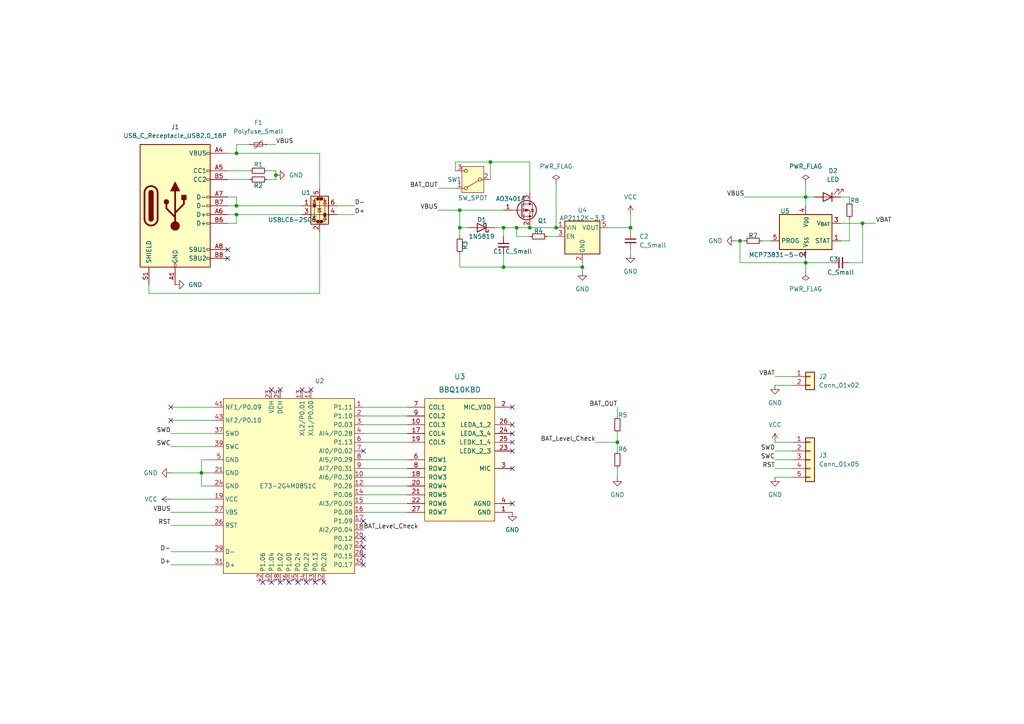
<source format=kicad_sch>
(kicad_sch (version 20231120) (generator "eeschema") (generator_version "8.0")
  (paper "A4")
  (title_block (title "BBQ10_Zz01电路图") (date "2024-09-17") (rev "1.0"))
  (lib_symbols
    (symbol "Battery_Management:MCP73831-5-OT"
      (property "Reference" "U" (at -7.62 6.35 0))
      (property "Value" "MCP73831-5-OT" (at 1.27 6.35 0))
      (symbol "MCP73831-5-OT_0_1"
        (rectangle (start -7.62 5.08) (end 7.62 -5.08) (stroke (width 0.254)) (fill (type background)))
      )
      (symbol "MCP73831-5-OT_1_1"
        (pin tri_state line (at 10.16 -2.54 180) (length 2.54) (name "STAT") (number "1"))
        (pin power_in line (at 0 -7.62 90) (length 2.54) (name "V_{SS}") (number "2"))
        (pin power_out line (at 10.16 2.54 180) (length 2.54) (name "V_{BAT}") (number "3"))
        (pin power_in line (at 0 7.62 270) (length 2.54) (name "V_{DD}") (number "4"))
        (pin input line (at -10.16 -2.54 0) (length 2.54) (name "PROG") (number "5"))
      )
    )
    (symbol "Connector:USB_C_Receptacle_USB2.0_16P" (pin_names (offset 1.016))
      (property "Reference" "J" (at 0 22.225 0))
      (property "Value" "USB_C_Receptacle_USB2.0_16P" (at 0 19.685 0))
      (symbol "USB_C_Receptacle_USB2.0_16P_0_0"
        (rectangle (start -0.254 -17.78) (end 0.254 -16.764))
        (rectangle (start 10.16 -14.986) (end 9.144 -15.494))
        (rectangle (start 10.16 -12.446) (end 9.144 -12.954))
        (rectangle (start 10.16 -4.826) (end 9.144 -5.334))
        (rectangle (start 10.16 -2.286) (end 9.144 -2.794))
        (rectangle (start 10.16 0.254) (end 9.144 -0.254))
        (rectangle (start 10.16 2.794) (end 9.144 2.286))
        (rectangle (start 10.16 7.874) (end 9.144 7.366))
        (rectangle (start 10.16 10.414) (end 9.144 9.906))
        (rectangle (start 10.16 15.494) (end 9.144 14.986))
      )
      (symbol "USB_C_Receptacle_USB2.0_16P_0_1"
        (rectangle (start -10.16 17.78) (end 10.16 -17.78) (stroke (width 0.254)) (fill (type background)))
        (arc (start -8.89 -3.81) (mid -6.985 -5.7067) (end -5.08 -3.81) (stroke (width 0.508)))
        (arc (start -7.62 -3.81) (mid -6.985 -4.4423) (end -6.35 -3.81) (stroke (width 0.254)))
        (arc (start -7.62 -3.81) (mid -6.985 -4.4423) (end -6.35 -3.81) (stroke (width 0.254)) (fill (type outline)))
        (rectangle (start -7.62 -3.81) (end -6.35 3.81) (stroke (width 0.254)) (fill (type outline)))
        (arc (start -6.35 3.81) (mid -6.985 4.4423) (end -7.62 3.81) (stroke (width 0.254)))
        (arc (start -6.35 3.81) (mid -6.985 4.4423) (end -7.62 3.81) (stroke (width 0.254)) (fill (type outline)))
        (arc (start -5.08 3.81) (mid -6.985 5.7067) (end -8.89 3.81) (stroke (width 0.508)))
        (circle (center -2.54 1.143) (radius 0.635) (stroke (width 0.254)) (fill (type outline)))
        (circle (center 0 -5.842) (radius 1.27) (fill (type outline)))
        (polyline (pts (xy -8.89 -3.81) (xy -8.89 3.81)) (stroke (width 0.508)))
        (polyline (pts (xy -5.08 3.81) (xy -5.08 -3.81)) (stroke (width 0.508)))
        (polyline (pts (xy 0 -5.842) (xy 0 4.318)) (stroke (width 0.508)))
        (polyline (pts (xy 0 -3.302) (xy -2.54 -0.762) (xy -2.54 0.508)) (stroke (width 0.508)))
        (polyline (pts (xy 0 -2.032) (xy 2.54 0.508) (xy 2.54 1.778)) (stroke (width 0.508)))
        (polyline (pts (xy -1.27 4.318) (xy 0 6.858) (xy 1.27 4.318) (xy -1.27 4.318)) (stroke (width 0.254)) (fill (type outline)))
        (rectangle (start 1.905 1.778) (end 3.175 3.048) (stroke (width 0.254)) (fill (type outline)))
      )
      (symbol "USB_C_Receptacle_USB2.0_16P_1_1"
        (pin passive line (at 0 -22.86 90) (length 5.08) (name "GND") (number "A1"))
        (pin passive line (at 0 -22.86 90) (length 5.08) hide (name "GND") (number "A12"))
        (pin passive line (at 15.24 15.24 180) (length 5.08) (name "VBUS") (number "A4"))
        (pin bidirectional line (at 15.24 10.16 180) (length 5.08) (name "CC1") (number "A5"))
        (pin bidirectional line (at 15.24 -2.54 180) (length 5.08) (name "D+") (number "A6"))
        (pin bidirectional line (at 15.24 2.54 180) (length 5.08) (name "D-") (number "A7"))
        (pin bidirectional line (at 15.24 -12.7 180) (length 5.08) (name "SBU1") (number "A8"))
        (pin passive line (at 15.24 15.24 180) (length 5.08) hide (name "VBUS") (number "A9"))
        (pin passive line (at 0 -22.86 90) (length 5.08) hide (name "GND") (number "B1"))
        (pin passive line (at 0 -22.86 90) (length 5.08) hide (name "GND") (number "B12"))
        (pin passive line (at 15.24 15.24 180) (length 5.08) hide (name "VBUS") (number "B4"))
        (pin bidirectional line (at 15.24 7.62 180) (length 5.08) (name "CC2") (number "B5"))
        (pin bidirectional line (at 15.24 -5.08 180) (length 5.08) (name "D+") (number "B6"))
        (pin bidirectional line (at 15.24 0 180) (length 5.08) (name "D-") (number "B7"))
        (pin bidirectional line (at 15.24 -15.24 180) (length 5.08) (name "SBU2") (number "B8"))
        (pin passive line (at 15.24 15.24 180) (length 5.08) hide (name "VBUS") (number "B9"))
        (pin passive line (at -7.62 -22.86 90) (length 5.08) (name "SHIELD") (number "S1"))
      )
    )
    (symbol "Connector_Generic:Conn_01x02" (pin_names (offset 1.016) hide)
      (property "Reference" "J" (at 0 2.54 0))
      (property "Value" "Conn_01x02" (at 0 -5.08 0))
      (symbol "Conn_01x02_1_1"
        (rectangle (start -1.27 -2.413) (end 0 -2.667) (stroke (width 0.1524)))
        (rectangle (start -1.27 0.127) (end 0 -0.127) (stroke (width 0.1524)))
        (rectangle (start -1.27 1.27) (end 1.27 -3.81) (stroke (width 0.254)) (fill (type background)))
        (pin passive line (at -5.08 0 0) (length 3.81) (name "Pin_1") (number "1"))
        (pin passive line (at -5.08 -2.54 0) (length 3.81) (name "Pin_2") (number "2"))
      )
    )
    (symbol "Connector_Generic:Conn_01x05" (pin_names (offset 1.016) hide)
      (property "Reference" "J" (at 0 7.62 0))
      (property "Value" "Conn_01x05" (at 0 -7.62 0))
      (symbol "Conn_01x05_1_1"
        (rectangle (start -1.27 -4.953) (end 0 -5.207) (stroke (width 0.1524)))
        (rectangle (start -1.27 -2.413) (end 0 -2.667) (stroke (width 0.1524)))
        (rectangle (start -1.27 0.127) (end 0 -0.127) (stroke (width 0.1524)))
        (rectangle (start -1.27 2.667) (end 0 2.413) (stroke (width 0.1524)))
        (rectangle (start -1.27 5.207) (end 0 4.953) (stroke (width 0.1524)))
        (rectangle (start -1.27 6.35) (end 1.27 -6.35) (stroke (width 0.254)) (fill (type background)))
        (pin passive line (at -5.08 5.08 0) (length 3.81) (name "Pin_1") (number "1"))
        (pin passive line (at -5.08 2.54 0) (length 3.81) (name "Pin_2") (number "2"))
        (pin passive line (at -5.08 0 0) (length 3.81) (name "Pin_3") (number "3"))
        (pin passive line (at -5.08 -2.54 0) (length 3.81) (name "Pin_4") (number "4"))
        (pin passive line (at -5.08 -5.08 0) (length 3.81) (name "Pin_5") (number "5"))
      )
    )
    (symbol "Device:C_Small" (pin_numbers hide) (pin_names (offset 0.254) hide)
      (property "Reference" "C" (at 0.254 1.778 0))
      (property "Value" "C_Small" (at 0.254 -2.032 0))
      (symbol "C_Small_0_1"
        (polyline (pts (xy -1.524 -0.508) (xy 1.524 -0.508)) (stroke (width 0.3302)))
        (polyline (pts (xy -1.524 0.508) (xy 1.524 0.508)) (stroke (width 0.3048)))
      )
      (symbol "C_Small_1_1"
        (pin passive line (at 0 2.54 270) (length 2.032) (name "~") (number "1"))
        (pin passive line (at 0 -2.54 90) (length 2.032) (name "~") (number "2"))
      )
    )
    (symbol "Device:LED" (pin_numbers hide) (pin_names (offset 1.016) hide)
      (property "Reference" "D" (at 0 2.54 0))
      (property "Value" "LED" (at 0 -2.54 0))
      (symbol "LED_0_1"
        (polyline (pts (xy -1.27 -1.27) (xy -1.27 1.27)) (stroke (width 0.254)))
        (polyline (pts (xy -1.27 0) (xy 1.27 0)))
        (polyline (pts (xy 1.27 -1.27) (xy 1.27 1.27) (xy -1.27 0) (xy 1.27 -1.27)) (stroke (width 0.254)))
        (polyline (pts (xy -3.048 -0.762) (xy -4.572 -2.286) (xy -3.81 -2.286) (xy -4.572 -2.286) (xy -4.572 -1.524)))
        (polyline (pts (xy -1.778 -0.762) (xy -3.302 -2.286) (xy -2.54 -2.286) (xy -3.302 -2.286) (xy -3.302 -1.524)))
      )
      (symbol "LED_1_1"
        (pin passive line (at -3.81 0 0) (length 2.54) (name "K") (number "1"))
        (pin passive line (at 3.81 0 180) (length 2.54) (name "A") (number "2"))
      )
    )
    (symbol "Device:Polyfuse_Small" (pin_numbers hide) (pin_names (offset 0))
      (property "Reference" "F" (at -1.905 0 90))
      (property "Value" "Polyfuse_Small" (at 1.905 0 90))
      (symbol "Polyfuse_Small_0_1"
        (rectangle (start -0.508 1.27) (end 0.508 -1.27))
        (polyline (pts (xy 0 2.54) (xy 0 -2.54)))
        (polyline (pts (xy -1.016 1.27) (xy -1.016 0.762) (xy 1.016 -0.762) (xy 1.016 -1.27)))
      )
      (symbol "Polyfuse_Small_1_1"
        (pin passive line (at 0 2.54 270) (length 0.635) (name "~") (number "1"))
        (pin passive line (at 0 -2.54 90) (length 0.635) (name "~") (number "2"))
      )
    )
    (symbol "Device:R_Small" (pin_numbers hide) (pin_names (offset 0.254) hide)
      (property "Reference" "R" (at 0.762 0.508 0))
      (property "Value" "R_Small" (at 0.762 -1.016 0))
      (symbol "R_Small_0_1"
        (rectangle (start -0.762 1.778) (end 0.762 -1.778) (stroke (width 0.2032)))
      )
      (symbol "R_Small_1_1"
        (pin passive line (at 0 2.54 270) (length 0.762) (name "~") (number "1"))
        (pin passive line (at 0 -2.54 90) (length 0.762) (name "~") (number "2"))
      )
    )
    (symbol "Diode:1N5819" (pin_numbers hide) (pin_names (offset 1.016) hide)
      (property "Reference" "D" (at 0 2.54 0))
      (property "Value" "1N5819" (at 0 -2.54 0))
      (symbol "1N5819_0_1"
        (polyline (pts (xy 1.27 0) (xy -1.27 0)))
        (polyline (pts (xy 1.27 1.27) (xy 1.27 -1.27) (xy -1.27 0) (xy 1.27 1.27)) (stroke (width 0.254)))
        (polyline (pts (xy -1.905 0.635) (xy -1.905 1.27) (xy -1.27 1.27) (xy -1.27 -1.27) (xy -0.635 -1.27) (xy -0.635 -0.635)) (stroke (width 0.254)))
      )
      (symbol "1N5819_1_1"
        (pin passive line (at -3.81 0 0) (length 2.54) (name "K") (number "1"))
        (pin passive line (at 3.81 0 180) (length 2.54) (name "A") (number "2"))
      )
    )
    (symbol "Power_Protection:USBLC6-2SC6" (pin_names hide)
      (property "Reference" "U" (at 0.635 5.715 0))
      (property "Value" "USBLC6-2SC6" (at 0.635 3.81 0))
      (symbol "USBLC6-2SC6_0_0"
        (circle (center -1.524 0) (radius 0.0001) (stroke (width 0.508)))
        (circle (center -0.508 -4.572) (radius 0.0001) (stroke (width 0.508)))
        (circle (center -0.508 2.032) (radius 0.0001) (stroke (width 0.508)))
        (circle (center 0.508 -4.572) (radius 0.0001) (stroke (width 0.508)))
        (circle (center 0.508 2.032) (radius 0.0001) (stroke (width 0.508)))
        (circle (center 1.524 -2.54) (radius 0.0001) (stroke (width 0.508)))
      )
      (symbol "USBLC6-2SC6_0_1"
        (polyline (pts (xy -2.54 -2.54) (xy 2.54 -2.54)))
        (polyline (pts (xy -2.54 0) (xy 2.54 0)))
        (polyline (pts (xy -2.032 -3.048) (xy -1.016 -3.048)))
        (polyline (pts (xy -1.016 1.524) (xy -2.032 1.524)))
        (polyline (pts (xy 1.016 -3.048) (xy 2.032 -3.048)))
        (polyline (pts (xy 1.016 1.524) (xy 2.032 1.524)))
        (polyline (pts (xy -0.508 -1.143) (xy -0.508 -0.762) (xy 0.508 -0.762)))
        (polyline (pts (xy -2.032 0.508) (xy -1.016 0.508) (xy -1.524 1.524) (xy -2.032 0.508)))
        (polyline (pts (xy -1.016 -4.064) (xy -2.032 -4.064) (xy -1.524 -3.048) (xy -1.016 -4.064)))
        (polyline (pts (xy 0.508 -1.778) (xy -0.508 -1.778) (xy 0 -0.762) (xy 0.508 -1.778)))
        (polyline (pts (xy 2.032 -4.064) (xy 1.016 -4.064) (xy 1.524 -3.048) (xy 2.032 -4.064)))
        (polyline (pts (xy 2.032 0.508) (xy 1.016 0.508) (xy 1.524 1.524) (xy 2.032 0.508)))
        (polyline (pts (xy 0 2.54) (xy -0.508 2.032) (xy 0.508 2.032) (xy 0 1.524) (xy 0 -4.064) (xy -0.508 -4.572) (xy 0.508 -4.572) (xy 0 -5.08)))
      )
      (symbol "USBLC6-2SC6_1_1"
        (rectangle (start -2.54 2.794) (end 2.54 -5.334) (stroke (width 0.254)) (fill (type background)))
        (polyline (pts (xy -0.508 2.032) (xy -1.524 2.032) (xy -1.524 -4.572) (xy -0.508 -4.572)))
        (polyline (pts (xy 0.508 -4.572) (xy 1.524 -4.572) (xy 1.524 2.032) (xy 0.508 2.032)))
        (pin passive line (at -5.08 0 0) (length 2.54) (name "I/O1") (number "1"))
        (pin passive line (at 0 -7.62 90) (length 2.54) (name "GND") (number "2"))
        (pin passive line (at -5.08 -2.54 0) (length 2.54) (name "I/O2") (number "3"))
        (pin passive line (at 5.08 -2.54 180) (length 2.54) (name "I/O2") (number "4"))
        (pin passive line (at 0 5.08 270) (length 2.54) (name "VBUS") (number "5"))
        (pin passive line (at 5.08 0 180) (length 2.54) (name "I/O1") (number "6"))
      )
    )
    (symbol "Regulator_Linear:AP2112K-3.3" (pin_names (offset 0.254))
      (property "Reference" "U" (at -5.08 5.715 0))
      (property "Value" "AP2112K-3.3" (at 0 5.715 0))
      (symbol "AP2112K-3.3_0_1"
        (rectangle (start -5.08 4.445) (end 5.08 -5.08) (stroke (width 0.254)) (fill (type background)))
      )
      (symbol "AP2112K-3.3_1_1"
        (pin power_in line (at -7.62 2.54 0) (length 2.54) (name "VIN") (number "1"))
        (pin power_in line (at 0 -7.62 90) (length 2.54) (name "GND") (number "2"))
        (pin input line (at -7.62 0 0) (length 2.54) (name "EN") (number "3"))
        (pin no_connect line (at 5.08 0 180) (length 2.54) hide (name "NC") (number "4"))
        (pin power_out line (at 7.62 2.54 180) (length 2.54) (name "VOUT") (number "5"))
      )
    )
    (symbol "Switch:SW_SPDT" (pin_names (offset 0) hide)
      (property "Reference" "SW" (at 0 5.08 0))
      (property "Value" "SW_SPDT" (at 0 -5.08 0))
      (symbol "SW_SPDT_0_1"
        (circle (center -2.032 0) (radius 0.4572))
        (polyline (pts (xy -1.651 0.254) (xy 1.651 2.286)))
        (circle (center 2.032 -2.54) (radius 0.4572))
        (circle (center 2.032 2.54) (radius 0.4572))
      )
      (symbol "SW_SPDT_1_1"
        (rectangle (start -3.175 3.81) (end 3.175 -3.81) (fill (type background)))
        (pin passive line (at 5.08 2.54 180) (length 2.54) (name "A") (number "1"))
        (pin passive line (at -5.08 0 0) (length 2.54) (name "B") (number "2"))
        (pin passive line (at 5.08 -2.54 180) (length 2.54) (name "C") (number "3"))
      )
    )
    (symbol "Transistor_FET:AO3401A" (pin_names hide)
      (property "Reference" "Q" (at 5.08 1.905 0))
      (property "Value" "AO3401A" (at 5.08 0 0))
      (symbol "AO3401A_0_1"
        (polyline (pts (xy 0.254 0) (xy -2.54 0)))
        (polyline (pts (xy 0.254 1.905) (xy 0.254 -1.905)) (stroke (width 0.254)))
        (polyline (pts (xy 0.762 -1.27) (xy 0.762 -2.286)) (stroke (width 0.254)))
        (polyline (pts (xy 0.762 0.508) (xy 0.762 -0.508)) (stroke (width 0.254)))
        (polyline (pts (xy 0.762 2.286) (xy 0.762 1.27)) (stroke (width 0.254)))
        (polyline (pts (xy 2.54 2.54) (xy 2.54 1.778)))
        (polyline (pts (xy 2.54 -2.54) (xy 2.54 0) (xy 0.762 0)))
        (polyline (pts (xy 0.762 1.778) (xy 3.302 1.778) (xy 3.302 -1.778) (xy 0.762 -1.778)))
        (polyline (pts (xy 2.286 0) (xy 1.27 0.381) (xy 1.27 -0.381) (xy 2.286 0)) (fill (type outline)))
        (polyline (pts (xy 2.794 -0.508) (xy 2.921 -0.381) (xy 3.683 -0.381) (xy 3.81 -0.254)))
        (polyline (pts (xy 3.302 -0.381) (xy 2.921 0.254) (xy 3.683 0.254) (xy 3.302 -0.381)))
        (circle (center 1.651 0) (radius 2.794) (stroke (width 0.254)))
        (circle (center 2.54 -1.778) (radius 0.254) (fill (type outline)))
        (circle (center 2.54 1.778) (radius 0.254) (fill (type outline)))
      )
      (symbol "AO3401A_1_1"
        (pin input line (at -5.08 0 0) (length 2.54) (name "G") (number "1"))
        (pin passive line (at 2.54 -5.08 90) (length 2.54) (name "S") (number "2"))
        (pin passive line (at 2.54 5.08 270) (length 2.54) (name "D") (number "3"))
      )
    )
    (symbol "nk600:BBQ10KBD" (pin_names (offset 1.016))
      (property "Reference" "U" (at 10.16 19.05 0))
      (property "Value" "BBQ10KBD" (at 1.27 -19.05 0))
      (symbol "BBQ10KBD_1_1"
        (rectangle (start -10.16 17.78) (end 10.16 -17.78) (fill (type background)))
        (pin power_in line (at -15.24 -15.24 0) (length 5.08) (name "GND") (number "1"))
        (pin output line (at 15.24 10.16 180) (length 5.08) (name "COL3") (number "10"))
        (pin passive line (at -15.24 -15.24 0) (length 5.08) hide (name "GND") (number "11"))
        (pin passive line (at -15.24 -15.24 0) (length 5.08) hide (name "GND") (number "12"))
        (pin passive line (at -15.24 -15.24 0) (length 5.08) hide (name "GND") (number "13"))
        (pin passive line (at -15.24 -15.24 0) (length 5.08) hide (name "GND") (number "14"))
        (pin passive line (at -15.24 -15.24 0) (length 5.08) hide (name "GND") (number "15"))
        (pin passive line (at -15.24 -15.24 0) (length 5.08) hide (name "GND") (number "16"))
        (pin output line (at 15.24 7.62 180) (length 5.08) (name "COL4") (number "17"))
        (pin output line (at 15.24 -5.08 180) (length 5.08) (name "ROW3") (number "18"))
        (pin output line (at 15.24 5.08 180) (length 5.08) (name "COL5") (number "19"))
        (pin power_in line (at -15.24 15.24 0) (length 5.08) (name "MIC_VDD") (number "2"))
        (pin output line (at 15.24 -7.62 180) (length 5.08) (name "ROW4") (number "20"))
        (pin output line (at 15.24 -10.16 180) (length 5.08) (name "ROW5") (number "21"))
        (pin output line (at 15.24 -12.7 180) (length 5.08) (name "ROW6") (number "22"))
        (pin power_in line (at -15.24 2.54 0) (length 5.08) (name "LEDK_2_3") (number "23"))
        (pin power_in line (at -15.24 7.62 0) (length 5.08) (name "LEDA_3_4") (number "24"))
        (pin power_in line (at -15.24 5.08 0) (length 5.08) (name "LEDK_1_4") (number "25"))
        (pin power_in line (at -15.24 10.16 0) (length 5.08) (name "LEDA_1_2") (number "26"))
        (pin output line (at 15.24 -15.24 180) (length 5.08) (name "ROW7") (number "27"))
        (pin passive line (at -15.24 -15.24 0) (length 5.08) hide (name "GND") (number "28"))
        (pin output line (at -15.24 -2.54 0) (length 5.08) (name "MIC") (number "3"))
        (pin power_in line (at -15.24 -12.7 0) (length 5.08) (name "AGND") (number "4"))
        (pin passive line (at -15.24 -15.24 0) (length 5.08) hide (name "GND") (number "5"))
        (pin output line (at 15.24 0 180) (length 5.08) (name "ROW1") (number "6"))
        (pin output line (at 15.24 15.24 180) (length 5.08) (name "COL1") (number "7"))
        (pin output line (at 15.24 -2.54 180) (length 5.08) (name "ROW2") (number "8"))
        (pin output line (at 15.24 12.7 180) (length 5.08) (name "COL2") (number "9"))
      )
    )
    (symbol "nk600:E73-2G4M08S1C"
      (property "Reference" "U" (at -37.592 1.016 0))
      (property "Value" "E73-2G4M08S1C" (at -19.304 -24.13 0))
      (symbol "E73-2G4M08S1C_0_0"
        (pin power_in line (at -40.64 -29.21 0) (length 2.54) (name "VCC") (number "19"))
        (pin power_in line (at -40.64 -21.59 0) (length 2.54) (name "GND") (number "21"))
        (pin power_in line (at -40.64 -25.4 0) (length 2.54) (name "GND") (number "24"))
        (pin passive line (at -40.64 -36.83 0) (length 2.54) (name "RST") (number "26"))
        (pin passive line (at -40.64 -33.02 0) (length 2.54) (name "VBS") (number "27"))
        (pin passive line (at -40.64 -44.45 0) (length 2.54) (name "D-") (number "29"))
        (pin passive line (at -40.64 -48.26 0) (length 2.54) (name "D+") (number "31"))
        (pin passive line (at -40.64 -10.16 0) (length 2.54) (name "SWD") (number "37"))
        (pin passive line (at -40.64 -13.97 0) (length 2.54) (name "SWC") (number "39"))
        (pin power_in line (at -40.64 -17.78 0) (length 2.54) (name "GND") (number "5"))
      )
      (symbol "E73-2G4M08S1C_1_0"
        (pin bidirectional line (at 2.54 -2.54 180) (length 2.54) (name "P1.11") (number "1"))
        (pin bidirectional line (at 2.54 -22.86 180) (length 2.54) (name "AI6/P0.30") (number "10"))
        (pin bidirectional line (at -12.7 2.54 270) (length 2.54) (name "XL1/P0.00") (number "11"))
        (pin bidirectional line (at 2.54 -25.4 180) (length 2.54) (name "P0.26") (number "12"))
        (pin bidirectional line (at -15.24 2.54 270) (length 2.54) (name "XL2/P0.01") (number "13"))
        (pin bidirectional line (at 2.54 -27.94 180) (length 2.54) (name "P0.06") (number "14"))
        (pin bidirectional line (at 2.54 -30.48 180) (length 2.54) (name "AI3/P0.05") (number "15"))
        (pin bidirectional line (at 2.54 -33.02 180) (length 2.54) (name "P0.08") (number "16"))
        (pin bidirectional line (at 2.54 -35.56 180) (length 2.54) (name "P1.09") (number "17"))
        (pin bidirectional line (at 2.54 -38.1 180) (length 2.54) (name "AI2/P0.04") (number "18"))
        (pin bidirectional line (at 2.54 -5.08 180) (length 2.54) (name "P1.10") (number "2"))
        (pin bidirectional line (at 2.54 -40.64 180) (length 2.54) (name "P0.12") (number "20"))
        (pin bidirectional line (at 2.54 -43.18 180) (length 2.54) (name "P0.07") (number "22"))
        (pin passive line (at -24.13 2.54 270) (length 2.54) (name "VDH") (number "23"))
        (pin passive line (at -21.59 2.54 270) (length 2.54) (name "DCH") (number "25"))
        (pin bidirectional line (at 2.54 -45.72 180) (length 2.54) (name "P0.15") (number "28"))
        (pin bidirectional line (at 2.54 -7.62 180) (length 2.54) (name "P0.03") (number "3"))
        (pin bidirectional line (at 2.54 -48.26 180) (length 2.54) (name "P0.17") (number "30"))
        (pin bidirectional line (at -8.89 -53.34 90) (length 2.54) (name "P0.20") (number "32"))
        (pin bidirectional line (at -11.43 -53.34 90) (length 2.54) (name "P0.13") (number "33"))
        (pin bidirectional line (at -13.97 -53.34 90) (length 2.54) (name "P0.22") (number "34"))
        (pin bidirectional line (at -16.51 -53.34 90) (length 2.54) (name "P0.24") (number "35"))
        (pin bidirectional line (at -19.05 -53.34 90) (length 2.54) (name "P1.00") (number "36"))
        (pin bidirectional line (at -21.59 -53.34 90) (length 2.54) (name "P1.02") (number "38"))
        (pin bidirectional line (at 2.54 -10.16 180) (length 2.54) (name "AI4/P0.28") (number "4"))
        (pin bidirectional line (at -24.13 -53.34 90) (length 2.54) (name "P1.04") (number "40"))
        (pin bidirectional line (at -40.64 -2.54 0) (length 2.54) (name "NF1/P0.09") (number "41"))
        (pin bidirectional line (at -26.67 -53.34 90) (length 2.54) (name "P1.06") (number "42"))
        (pin bidirectional line (at -40.64 -6.35 0) (length 2.54) (name "NF2/P0.10") (number "43"))
        (pin bidirectional line (at 2.54 -12.7 180) (length 2.54) (name "P1.13") (number "6"))
        (pin bidirectional line (at 2.54 -15.24 180) (length 2.54) (name "AI0/P0.02") (number "7"))
        (pin bidirectional line (at 2.54 -17.78 180) (length 2.54) (name "AI5/P0.29") (number "8"))
        (pin bidirectional line (at 2.54 -20.32 180) (length 2.54) (name "AI7/P0.31") (number "9"))
      )
      (symbol "E73-2G4M08S1C_1_1"
        (rectangle (start -38.1 0) (end 0 -50.8) (fill (type background)))
      )
    )
    (symbol "power:GND" (power) (pin_numbers hide) (pin_names (offset 0) hide)
      (property "Value" "GND" (at 0 -3.81 0))
      (symbol "GND_0_1"
        (polyline (pts (xy 0 0) (xy 0 -1.27) (xy 1.27 -1.27) (xy 0 -2.54) (xy -1.27 -1.27) (xy 0 -1.27)))
      )
      (symbol "GND_1_1"
        (pin power_in line (at 0 0 270) (length 0) (name "~") (number "1"))
      )
    )
    (symbol "power:PWR_FLAG" (power) (pin_numbers hide) (pin_names (offset 0) hide)
      (property "Value" "PWR_FLAG" (at 0 3.81 0))
      (symbol "PWR_FLAG_0_0"
        (pin power_out line (at 0 0 90) (length 0) (name "~") (number "1"))
      )
      (symbol "PWR_FLAG_0_1"
        (polyline (pts (xy 0 0) (xy 0 1.27) (xy -1.016 1.905) (xy 0 2.54) (xy 1.016 1.905) (xy 0 1.27)))
      )
    )
    (symbol "power:VCC" (power) (pin_numbers hide) (pin_names (offset 0) hide)
      (property "Value" "VCC" (at 0 3.556 0))
      (symbol "VCC_0_1"
        (polyline (pts (xy -0.762 1.27) (xy 0 2.54)))
        (polyline (pts (xy 0 0) (xy 0 2.54)))
        (polyline (pts (xy 0 2.54) (xy 0.762 1.27)))
      )
      (symbol "VCC_1_1"
        (pin power_in line (at 0 0 90) (length 0) (name "~") (number "1"))
      )
    )
  )
  (junction (at 233.68 57.15))
  (junction (at 250.19 64.77))
  (junction (at 58.42 137.16))
  (junction (at 161.29 66.04))
  (junction (at 149.86 66.04))
  (junction (at 146.05 77.47))
  (junction (at 182.88 66.04))
  (junction (at 68.58 59.69))
  (junction (at 179.07 128.27))
  (junction (at 142.24 46.99))
  (junction (at 80.01 50.8))
  (junction (at 214.63 69.85))
  (junction (at 68.58 62.23))
  (junction (at 133.35 66.04))
  (junction (at 233.68 76.2))
  (junction (at 153.67 66.04))
  (junction (at 133.35 60.96))
  (junction (at 146.05 66.04))
  (junction (at 168.91 77.47))
  (junction (at 68.58 44.45))
  (no_connect (at 148.59 135.89))
  (no_connect (at 49.53 118.11))
  (no_connect (at 93.98 168.91))
  (no_connect (at 148.59 123.19))
  (no_connect (at 90.17 113.03))
  (no_connect (at 105.41 161.29))
  (no_connect (at 105.41 163.83))
  (no_connect (at 148.59 130.81))
  (no_connect (at 81.28 113.03))
  (no_connect (at 66.04 72.39))
  (no_connect (at 66.04 74.93))
  (no_connect (at 91.44 168.91))
  (no_connect (at 105.41 158.75))
  (no_connect (at 88.9 168.91))
  (no_connect (at 148.59 128.27))
  (no_connect (at 105.41 130.81))
  (no_connect (at 81.28 168.91))
  (no_connect (at 78.74 113.03))
  (no_connect (at 105.41 151.13))
  (no_connect (at 86.36 168.91))
  (no_connect (at 78.74 168.91))
  (no_connect (at 148.59 146.05))
  (no_connect (at 76.2 168.91))
  (no_connect (at 148.59 118.11))
  (no_connect (at 49.53 121.92))
  (no_connect (at 105.41 156.21))
  (no_connect (at 148.59 125.73))
  (no_connect (at 83.82 168.91))
  (no_connect (at 87.63 113.03))
  (wire (pts (xy 224.79 128.27) (xy 229.87 128.27)))
  (wire (pts (xy 133.35 77.47) (xy 146.05 77.47)))
  (wire (pts (xy 233.68 57.15) (xy 236.22 57.15)))
  (wire (pts (xy 66.04 52.07) (xy 72.39 52.07)))
  (wire (pts (xy 233.68 57.15) (xy 233.68 59.69)))
  (wire (pts (xy 77.47 49.53) (xy 80.01 49.53)))
  (wire (pts (xy 66.04 62.23) (xy 68.58 62.23)))
  (wire (pts (xy 215.9 57.15) (xy 233.68 57.15)))
  (wire (pts (xy 246.38 69.85) (xy 246.38 63.5)))
  (wire (pts (xy 224.79 135.89) (xy 229.87 135.89)))
  (wire (pts (xy 58.42 140.97) (xy 58.42 137.16)))
  (wire (pts (xy 68.58 57.15) (xy 68.58 59.69)))
  (wire (pts (xy 233.68 74.93) (xy 233.68 76.2)))
  (wire (pts (xy 149.86 66.04) (xy 153.67 66.04)))
  (wire (pts (xy 49.53 121.92) (xy 62.23 121.92)))
  (wire (pts (xy 66.04 44.45) (xy 68.58 44.45)))
  (wire (pts (xy 246.38 57.15) (xy 246.38 58.42)))
  (wire (pts (xy 68.58 59.69) (xy 87.63 59.69)))
  (wire (pts (xy 220.98 69.85) (xy 223.52 69.85)))
  (wire (pts (xy 146.05 73.66) (xy 146.05 77.47)))
  (wire (pts (xy 105.41 125.73) (xy 118.11 125.73)))
  (wire (pts (xy 97.79 59.69) (xy 102.87 59.69)))
  (wire (pts (xy 153.67 68.58) (xy 149.86 68.58)))
  (wire (pts (xy 179.07 128.27) (xy 179.07 130.81)))
  (wire (pts (xy 105.41 123.19) (xy 118.11 123.19)))
  (wire (pts (xy 179.07 135.89) (xy 179.07 138.43)))
  (wire (pts (xy 176.53 66.04) (xy 182.88 66.04)))
  (wire (pts (xy 143.51 66.04) (xy 146.05 66.04)))
  (wire (pts (xy 233.68 76.2) (xy 214.63 76.2)))
  (wire (pts (xy 133.35 60.96) (xy 133.35 66.04)))
  (wire (pts (xy 224.79 133.35) (xy 229.87 133.35)))
  (wire (pts (xy 214.63 69.85) (xy 214.63 76.2)))
  (wire (pts (xy 153.67 55.88) (xy 153.67 46.99)))
  (wire (pts (xy 224.79 138.43) (xy 229.87 138.43)))
  (wire (pts (xy 49.53 118.11) (xy 62.23 118.11)))
  (wire (pts (xy 168.91 76.2) (xy 168.91 77.47)))
  (wire (pts (xy 58.42 133.35) (xy 58.42 137.16)))
  (wire (pts (xy 62.23 140.97) (xy 58.42 140.97)))
  (wire (pts (xy 153.67 46.99) (xy 142.24 46.99)))
  (wire (pts (xy 97.79 62.23) (xy 102.87 62.23)))
  (wire (pts (xy 233.68 53.34) (xy 233.68 57.15)))
  (wire (pts (xy 214.63 69.85) (xy 215.9 69.85)))
  (wire (pts (xy 80.01 49.53) (xy 80.01 50.8)))
  (wire (pts (xy 224.79 111.76) (xy 229.87 111.76)))
  (wire (pts (xy 133.35 66.04) (xy 133.35 68.58)))
  (wire (pts (xy 146.05 68.58) (xy 146.05 66.04)))
  (wire (pts (xy 105.41 118.11) (xy 118.11 118.11)))
  (wire (pts (xy 182.88 62.23) (xy 182.88 66.04)))
  (wire (pts (xy 161.29 53.34) (xy 161.29 66.04)))
  (wire (pts (xy 250.19 64.77) (xy 254 64.77)))
  (wire (pts (xy 161.29 68.58) (xy 158.75 68.58)))
  (wire (pts (xy 168.91 77.47) (xy 168.91 78.74)))
  (wire (pts (xy 146.05 77.47) (xy 168.91 77.47)))
  (wire (pts (xy 72.39 41.91) (xy 68.58 41.91)))
  (wire (pts (xy 92.71 44.45) (xy 92.71 54.61)))
  (wire (pts (xy 133.35 60.96) (xy 146.05 60.96)))
  (wire (pts (xy 153.67 66.04) (xy 161.29 66.04)))
  (wire (pts (xy 213.36 69.85) (xy 214.63 69.85)))
  (wire (pts (xy 127 54.61) (xy 132.08 54.61)))
  (wire (pts (xy 80.01 50.8) (xy 80.01 52.07)))
  (wire (pts (xy 146.05 66.04) (xy 149.86 66.04)))
  (wire (pts (xy 58.42 137.16) (xy 62.23 137.16)))
  (wire (pts (xy 243.84 64.77) (xy 250.19 64.77)))
  (wire (pts (xy 182.88 66.04) (xy 182.88 67.31)))
  (wire (pts (xy 105.41 135.89) (xy 118.11 135.89)))
  (wire (pts (xy 105.41 133.35) (xy 118.11 133.35)))
  (wire (pts (xy 49.53 144.78) (xy 62.23 144.78)))
  (wire (pts (xy 179.07 125.73) (xy 179.07 128.27)))
  (wire (pts (xy 105.41 143.51) (xy 118.11 143.51)))
  (wire (pts (xy 132.08 49.53) (xy 132.08 46.99)))
  (wire (pts (xy 182.88 72.39) (xy 182.88 73.66)))
  (wire (pts (xy 68.58 64.77) (xy 68.58 62.23)))
  (wire (pts (xy 132.08 46.99) (xy 142.24 46.99)))
  (wire (pts (xy 172.72 128.27) (xy 179.07 128.27)))
  (wire (pts (xy 66.04 57.15) (xy 68.58 57.15)))
  (wire (pts (xy 105.41 140.97) (xy 118.11 140.97)))
  (wire (pts (xy 250.19 76.2) (xy 250.19 64.77)))
  (wire (pts (xy 224.79 109.22) (xy 229.87 109.22)))
  (wire (pts (xy 68.58 62.23) (xy 87.63 62.23)))
  (wire (pts (xy 77.47 52.07) (xy 80.01 52.07)))
  (wire (pts (xy 133.35 66.04) (xy 135.89 66.04)))
  (wire (pts (xy 105.41 148.59) (xy 118.11 148.59)))
  (wire (pts (xy 49.53 152.4) (xy 62.23 152.4)))
  (wire (pts (xy 77.47 41.91) (xy 80.01 41.91)))
  (wire (pts (xy 68.58 44.45) (xy 92.71 44.45)))
  (wire (pts (xy 49.53 148.59) (xy 62.23 148.59)))
  (wire (pts (xy 133.35 73.66) (xy 133.35 77.47)))
  (wire (pts (xy 105.41 138.43) (xy 118.11 138.43)))
  (wire (pts (xy 105.41 120.65) (xy 118.11 120.65)))
  (wire (pts (xy 49.53 163.83) (xy 62.23 163.83)))
  (wire (pts (xy 105.41 146.05) (xy 118.11 146.05)))
  (wire (pts (xy 92.71 85.09) (xy 92.71 67.31)))
  (wire (pts (xy 246.38 76.2) (xy 250.19 76.2)))
  (wire (pts (xy 49.53 137.16) (xy 58.42 137.16)))
  (wire (pts (xy 66.04 49.53) (xy 72.39 49.53)))
  (wire (pts (xy 127 60.96) (xy 133.35 60.96)))
  (wire (pts (xy 49.53 160.02) (xy 62.23 160.02)))
  (wire (pts (xy 233.68 78.74) (xy 233.68 76.2)))
  (wire (pts (xy 243.84 57.15) (xy 246.38 57.15)))
  (wire (pts (xy 105.41 128.27) (xy 118.11 128.27)))
  (wire (pts (xy 49.53 125.73) (xy 62.23 125.73)))
  (wire (pts (xy 43.18 82.55) (xy 43.18 85.09)))
  (wire (pts (xy 179.07 118.11) (xy 179.07 120.65)))
  (wire (pts (xy 66.04 59.69) (xy 68.58 59.69)))
  (wire (pts (xy 68.58 41.91) (xy 68.58 44.45)))
  (wire (pts (xy 233.68 76.2) (xy 241.3 76.2)))
  (wire (pts (xy 224.79 130.81) (xy 229.87 130.81)))
  (wire (pts (xy 62.23 133.35) (xy 58.42 133.35)))
  (wire (pts (xy 142.24 46.99) (xy 142.24 52.07)))
  (wire (pts (xy 43.18 85.09) (xy 92.71 85.09)))
  (wire (pts (xy 49.53 129.54) (xy 62.23 129.54)))
  (wire (pts (xy 66.04 64.77) (xy 68.58 64.77)))
  (wire (pts (xy 149.86 68.58) (xy 149.86 66.04)))
  (wire (pts (xy 243.84 69.85) (xy 246.38 69.85)))
  (label "D+" (at 49.53 163.83 180))
  (label "VBUS" (at 80.01 41.91 0))
  (label "SWC" (at 224.79 133.35 180))
  (label "D-" (at 102.87 59.69 0))
  (label "D+" (at 102.87 62.23 0))
  (label "VBUS" (at 215.9 57.15 180))
  (label "D-" (at 49.53 160.02 180))
  (label "BAT_OUT" (at 179.07 118.11 180))
  (label "VBUS" (at 127 60.96 180))
  (label "SWD" (at 49.53 125.73 180))
  (label "RST" (at 49.53 152.4 180))
  (label "BAT_Level_Check" (at 105.41 153.67 0))
  (label "SWC" (at 49.53 129.54 180))
  (label "BAT_Level_Check" (at 172.72 128.27 180))
  (label "RST" (at 224.79 135.89 180))
  (label "BAT_OUT" (at 127 54.61 180))
  (label "VBAT" (at 224.79 109.22 180))
  (label "VBAT" (at 254 64.77 0))
  (label "VBUS" (at 49.53 148.59 180))
  (label "SWD" (at 224.79 130.81 180))
  (symbol (lib_id "power:GND") (at 224.79 111.76 0) (unit 1)
    (property "Reference" "#PWR011" (effects (hide yes)))
    (property "Value" "GND" (at 224.79 116.84 0))
    (property "Description" "Power symbol creates a global label with name \"GND\" , ground" (effects (hide yes)))
  )
  (symbol (lib_id "Device:Polyfuse_Small") (at 74.93 41.91 90) (unit 1)
    (property "Reference" "F1" (at 74.93 35.56 90))
    (property "Value" "Polyfuse_Small" (at 74.93 38.1 90))
    (property "Footprint" "Fuse:Fuse_0603_1608Metric" (effects (hide yes)))
    (property "Description" "Resettable fuse, polymeric positive temperature coefficient, small symbol" (effects (hide yes)))
  )
  (symbol (lib_id "power:VCC") (at 49.53 144.78 90) (unit 1)
    (property "Reference" "#PWR02" (effects (hide yes)))
    (property "Value" "VCC" (at 45.72 144.78 90) (effects (justify left)))
    (property "Description" "Power symbol creates a global label with name \"VCC\"" (effects (hide yes)))
  )
  (symbol (lib_id "Diode:1N5819") (at 139.7 66.04 180) (unit 1)
    (property "Reference" "D1" (at 139.7 63.754 0))
    (property "Value" "1N5819" (at 139.7 68.58 0))
    (property "Footprint" "Diode_SMD:D_0603_1608Metric_Pad1.05x0.95mm_HandSolder" (effects (hide yes)))
    (property "Datasheet" "http://www.vishay.com/docs/88525/1n5817.pdf" (effects (hide yes)))
    (property "Description" "40V 1A Schottky Barrier Rectifier Diode, DO-41" (effects (hide yes)))
  )
  (symbol (lib_id "Device:R_Small") (at 179.07 133.35 0) (mirror y) (unit 1)
    (property "Reference" "R6" (at 180.594 130.302 0))
    (property "Value" "R_Small" (effects (hide yes)))
    (property "Footprint" "Resistor_SMD:R_0603_1608Metric_Pad0.98x0.95mm_HandSolder" (effects (hide yes)))
    (property "Description" "Resistor, small symbol" (effects (hide yes)))
  )
  (symbol (lib_id "Device:C_Small") (at 243.84 76.2 90) (unit 1)
    (property "Reference" "C3" (at 241.808 75.184 90))
    (property "Value" "C_Small" (at 243.84 78.994 90))
    (property "Footprint" "Capacitor_SMD:C_0603_1608Metric_Pad1.08x0.95mm_HandSolder" (effects (hide yes)))
    (property "Description" "Unpolarized capacitor, small symbol" (effects (hide yes)))
  )
  (symbol (lib_id "power:GND") (at 213.36 69.85 270) (unit 1)
    (property "Reference" "#PWR010" (effects (hide yes)))
    (property "Value" "GND" (at 209.55 69.85 90) (effects (justify right)))
    (property "Description" "Power symbol creates a global label with name \"GND\" , ground" (effects (hide yes)))
  )
  (symbol (lib_id "Device:R_Small") (at 74.93 49.53 90) (unit 1)
    (property "Reference" "R1" (at 74.93 47.752 90))
    (property "Value" "R_Small" (effects (hide yes)))
    (property "Footprint" "Resistor_SMD:R_0603_1608Metric_Pad0.98x0.95mm_HandSolder" (effects (hide yes)))
    (property "Description" "Resistor, small symbol" (effects (hide yes)))
  )
  (symbol (lib_id "nk600:E73-2G4M08S1C") (at 102.87 115.57 0) (unit 1)
    (property "Reference" "U2" (at 92.682 110.49 0))
    (property "Value" "E73-2G4M08S1C" (at 83.566 140.97 0))
    (property "Footprint" "nk600:E73(2G4M08S1C)" (effects (hide yes)))
  )
  (symbol (lib_id "Power_Protection:USBLC6-2SC6") (at 92.71 59.69 0) (unit 1)
    (property "Reference" "U1" (at 87.376 55.88 0) (effects (justify left)))
    (property "Value" "USBLC6-2SC6" (at 77.724 63.754 0) (effects (justify left)))
    (property "Footprint" "Package_TO_SOT_SMD:SOT-23-6" (effects (hide yes)))
    (property "Datasheet" "https://www.st.com/resource/en/datasheet/usblc6-2.pdf" (effects (hide yes)))
    (property "Description" "Very low capacitance ESD protection diode, 2 data-line, SOT-23-6" (effects (hide yes)))
  )
  (symbol (lib_id "Device:C_Small") (at 182.88 69.85 0) (unit 1)
    (property "Reference" "C2" (at 185.42 68.5863 0) (effects (justify left)))
    (property "Value" "C_Small" (at 185.42 71.1263 0) (effects (justify left)))
    (property "Footprint" "Capacitor_SMD:C_0603_1608Metric_Pad1.08x0.95mm_HandSolder" (effects (hide yes)))
    (property "Description" "Unpolarized capacitor, small symbol" (effects (hide yes)))
  )
  (symbol (lib_id "power:PWR_FLAG") (at 161.29 53.34 0) (unit 1)
    (property "Reference" "#FLG01" (effects (hide yes)))
    (property "Value" "PWR_FLAG" (at 161.29 48.26 0))
    (property "Description" "Special symbol for telling ERC where power comes from" (effects (hide yes)))
  )
  (symbol (lib_id "power:GND") (at 182.88 73.66 0) (unit 1)
    (property "Reference" "#PWR09" (effects (hide yes)))
    (property "Value" "GND" (at 182.88 78.74 0))
    (property "Description" "Power symbol creates a global label with name \"GND\" , ground" (effects (hide yes)))
  )
  (symbol (lib_id "power:GND") (at 168.91 78.74 0) (unit 1)
    (property "Reference" "#PWR06" (effects (hide yes)))
    (property "Value" "GND" (at 168.91 83.82 0))
    (property "Description" "Power symbol creates a global label with name \"GND\" , ground" (effects (hide yes)))
  )
  (symbol (lib_id "power:VCC") (at 224.79 128.27 0) (unit 1)
    (property "Reference" "#PWR012" (effects (hide yes)))
    (property "Value" "VCC" (at 224.79 123.19 0))
    (property "Description" "Power symbol creates a global label with name \"VCC\"" (effects (hide yes)))
  )
  (symbol (lib_id "power:GND") (at 148.59 148.59 0) (unit 1)
    (property "Reference" "#PWR05" (effects (hide yes)))
    (property "Value" "GND" (at 148.59 153.67 0))
    (property "Description" "Power symbol creates a global label with name \"GND\" , ground" (effects (hide yes)))
  )
  (symbol (lib_id "Connector_Generic:Conn_01x05") (at 234.95 133.35 0) (unit 1)
    (property "Reference" "J3" (at 237.49 132.08 0) (effects (justify left)))
    (property "Value" "Conn_01x05" (at 237.49 134.62 0) (effects (justify left)))
    (property "Footprint" "Connector_PinHeader_2.54mm:PinHeader_1x05_P2.54mm_Horizontal" (effects (hide yes)))
    (property "Description" "Generic connector, single row, 01x05, script generated (kicad-library-utils/schlib/autogen/connector/)" (effects (hide yes)))
  )
  (symbol (lib_id "power:VCC") (at 182.88 62.23 0) (unit 1)
    (property "Reference" "#PWR08" (effects (hide yes)))
    (property "Value" "VCC" (at 182.88 57.15 0))
    (property "Description" "Power symbol creates a global label with name \"VCC\"" (effects (hide yes)))
  )
  (symbol (lib_id "Device:R_Small") (at 218.44 69.85 90) (mirror x) (unit 1)
    (property "Reference" "R7" (at 218.44 68.326 90))
    (property "Value" "R_Small" (effects (hide yes)))
    (property "Footprint" "Resistor_SMD:R_0603_1608Metric_Pad0.98x0.95mm_HandSolder" (effects (hide yes)))
    (property "Description" "Resistor, small symbol" (effects (hide yes)))
  )
  (symbol (lib_id "Battery_Management:MCP73831-5-OT") (at 233.68 67.31 0) (unit 1)
    (property "Reference" "U5" (at 226.314 61.214 0) (effects (justify left)))
    (property "Value" "MCP73831-5-OT" (at 217.17 73.914 0) (effects (justify left)))
    (property "Footprint" "Package_TO_SOT_SMD:SOT-23-5" (effects (hide yes)))
    (property "Datasheet" "http://ww1.microchip.com/downloads/en/DeviceDoc/20001984g.pdf" (effects (hide yes)))
    (property "Description" "Single cell, Li-Ion/Li-Po charge management controller, 4.50V, Tri-State Status Output, in SOT23-5 package" (effects (hide yes)))
  )
  (symbol (lib_id "power:PWR_FLAG") (at 233.68 53.34 0) (unit 1)
    (property "Reference" "#FLG02" (effects (hide yes)))
    (property "Value" "PWR_FLAG" (at 233.68 48.26 0))
    (property "Description" "Special symbol for telling ERC where power comes from" (effects (hide yes)))
  )
  (symbol (lib_id "Device:C_Small") (at 146.05 71.12 0) (unit 1)
    (property "Reference" "C1" (at 143.002 72.898 0) (effects (justify left)))
    (property "Value" "C_Small" (at 146.558 72.898 0) (effects (justify left)))
    (property "Footprint" "Capacitor_SMD:C_0603_1608Metric_Pad1.08x0.95mm_HandSolder" (effects (hide yes)))
    (property "Description" "Unpolarized capacitor, small symbol" (effects (hide yes)))
  )
  (symbol (lib_id "Device:R_Small") (at 246.38 60.96 0) (mirror x) (unit 1)
    (property "Reference" "R8" (at 247.904 58.166 0))
    (property "Value" "R_Small" (effects (hide yes)))
    (property "Footprint" "Resistor_SMD:R_0603_1608Metric_Pad0.98x0.95mm_HandSolder" (effects (hide yes)))
    (property "Description" "Resistor, small symbol" (effects (hide yes)))
  )
  (symbol (lib_id "power:GND") (at 49.53 137.16 270) (unit 1)
    (property "Reference" "#PWR01" (effects (hide yes)))
    (property "Value" "GND" (at 45.72 137.16 90) (effects (justify right)))
    (property "Description" "Power symbol creates a global label with name \"GND\" , ground" (effects (hide yes)))
  )
  (symbol (lib_id "Device:R_Small") (at 74.93 52.07 90) (mirror x) (unit 1)
    (property "Reference" "R2" (at 74.93 53.848 90))
    (property "Value" "R_Small" (effects (hide yes)))
    (property "Footprint" "Resistor_SMD:R_0603_1608Metric_Pad0.98x0.95mm_HandSolder" (effects (hide yes)))
    (property "Description" "Resistor, small symbol" (effects (hide yes)))
  )
  (symbol (lib_id "power:GND") (at 224.79 138.43 0) (unit 1)
    (property "Reference" "#PWR013" (effects (hide yes)))
    (property "Value" "GND" (at 224.79 143.51 0))
    (property "Description" "Power symbol creates a global label with name \"GND\" , ground" (effects (hide yes)))
  )
  (symbol (lib_id "Device:R_Small") (at 133.35 71.12 0) (mirror y) (unit 1)
    (property "Reference" "R3" (at 134.874 71.12 90))
    (property "Value" "R_Small" (effects (hide yes)))
    (property "Footprint" "Resistor_SMD:R_0603_1608Metric_Pad0.98x0.95mm_HandSolder" (effects (hide yes)))
    (property "Description" "Resistor, small symbol" (effects (hide yes)))
  )
  (symbol (lib_id "nk600:BBQ10KBD") (at 133.35 133.35 0) (mirror y) (unit 1)
    (property "Reference" "U3" (at 133.35 109.22 0) (effects (font (size 1.524 1.524))))
    (property "Value" "BBQ10KBD" (at 133.35 113.03 0) (effects (font (size 1.524 1.524))))
    (property "Footprint" "nk600:BM14B(0.8)-24DS-0.4V(53)" (effects (hide yes)))
  )
  (symbol (lib_id "Device:LED") (at 240.03 57.15 180) (unit 1)
    (property "Reference" "D2" (at 241.6175 49.53 0))
    (property "Value" "LED" (at 241.6175 52.07 0))
    (property "Footprint" "LED_SMD:LED_0603_1608Metric_Pad1.05x0.95mm_HandSolder" (effects (hide yes)))
    (property "Description" "Light emitting diode" (effects (hide yes)))
  )
  (symbol (lib_id "power:GND") (at 80.01 50.8 90) (unit 1)
    (property "Reference" "#PWR04" (effects (hide yes)))
    (property "Value" "GND" (at 83.82 50.8 90) (effects (justify right)))
    (property "Description" "Power symbol creates a global label with name \"GND\" , ground" (effects (hide yes)))
  )
  (symbol (lib_id "Connector_Generic:Conn_01x02") (at 234.95 109.22 0) (unit 1)
    (property "Reference" "J2" (at 237.49 109.22 0) (effects (justify left)))
    (property "Value" "Conn_01x02" (at 237.49 111.76 0) (effects (justify left)))
    (property "Footprint" "Connector_PinHeader_2.54mm:PinHeader_1x02_P2.54mm_Horizontal" (effects (hide yes)))
    (property "Description" "Generic connector, single row, 01x02, script generated (kicad-library-utils/schlib/autogen/connector/)" (effects (hide yes)))
  )
  (symbol (lib_id "Transistor_FET:AO3401A") (at 151.13 60.96 0) (unit 1)
    (property "Reference" "Q1" (at 155.956 64.008 0) (effects (justify left)))
    (property "Value" "AO3401A" (at 143.764 57.658 0) (effects (justify left)))
    (property "Footprint" "Package_TO_SOT_SMD:SOT-23" (effects (hide yes)))
    (property "Datasheet" "http://www.aosmd.com/pdfs/datasheet/AO3401A.pdf" (effects (hide yes)))
    (property "Description" "-4.0A Id, -30V Vds, P-Channel MOSFET, SOT-23" (effects (hide yes)))
  )
  (symbol (lib_id "power:GND") (at 179.07 138.43 0) (unit 1)
    (property "Reference" "#PWR07" (effects (hide yes)))
    (property "Value" "GND" (at 179.07 143.51 0))
    (property "Description" "Power symbol creates a global label with name \"GND\" , ground" (effects (hide yes)))
  )
  (symbol (lib_id "Connector:USB_C_Receptacle_USB2.0_16P") (at 50.8 59.69 0) (unit 1)
    (property "Reference" "J1" (at 50.8 36.83 0))
    (property "Value" "USB_C_Receptacle_USB2.0_16P" (at 50.8 39.37 0))
    (property "Footprint" "Connector_USB:USB_C_Receptacle_GCT_USB4105-xx-A_16P_TopMnt_Horizontal" (effects (hide yes)))
    (property "Datasheet" "https://www.usb.org/sites/default/files/documents/usb_type-c.zip" (effects (hide yes)))
    (property "Description" "USB 2.0-only 16P Type-C Receptacle connector" (effects (hide yes)))
  )
  (symbol (lib_id "Device:R_Small") (at 179.07 123.19 0) (mirror y) (unit 1)
    (property "Reference" "R5" (at 180.594 120.396 0))
    (property "Value" "R_Small" (effects (hide yes)))
    (property "Footprint" "Resistor_SMD:R_0603_1608Metric_Pad0.98x0.95mm_HandSolder" (effects (hide yes)))
    (property "Description" "Resistor, small symbol" (effects (hide yes)))
  )
  (symbol (lib_id "Device:R_Small") (at 156.21 68.58 90) (mirror x) (unit 1)
    (property "Reference" "R4" (at 156.21 67.056 90))
    (property "Value" "R_Small" (effects (hide yes)))
    (property "Footprint" "Resistor_SMD:R_0603_1608Metric_Pad0.98x0.95mm_HandSolder" (effects (hide yes)))
    (property "Description" "Resistor, small symbol" (effects (hide yes)))
  )
  (symbol (lib_id "power:PWR_FLAG") (at 233.68 78.74 180) (unit 1)
    (property "Reference" "#FLG03" (effects (hide yes)))
    (property "Value" "PWR_FLAG" (at 233.68 83.82 0))
    (property "Description" "Special symbol for telling ERC where power comes from" (effects (hide yes)))
  )
  (symbol (lib_id "power:GND") (at 50.8 82.55 90) (unit 1)
    (property "Reference" "#PWR03" (effects (hide yes)))
    (property "Value" "GND" (at 54.61 82.55 90) (effects (justify right)))
    (property "Description" "Power symbol creates a global label with name \"GND\" , ground" (effects (hide yes)))
  )
  (symbol (lib_id "Regulator_Linear:AP2112K-3.3") (at 168.91 68.58 0) (unit 1)
    (property "Reference" "U4" (at 168.91 60.96 0))
    (property "Value" "AP2112K-3.3" (at 168.91 63.246 0))
    (property "Footprint" "Package_TO_SOT_SMD:SOT-23-5" (effects (hide yes)))
    (property "Datasheet" "https://www.diodes.com/assets/Datasheets/AP2112.pdf" (effects (hide yes)))
    (property "Description" "600mA low dropout linear regulator, with enable pin, 3.8V-6V input voltage range, 3.3V fixed positive output, SOT-23-5" (effects (hide yes)))
  )
  (symbol (lib_id "Switch:SW_SPDT") (at 137.16 52.07 180) (unit 1)
    (property "Reference" "SW1" (at 131.826 52.07 0))
    (property "Value" "SW_SPDT" (at 137.16 57.404 0))
    (property "Description" "Switch, single pole double throw" (effects (hide yes)))
  )
)
</source>
